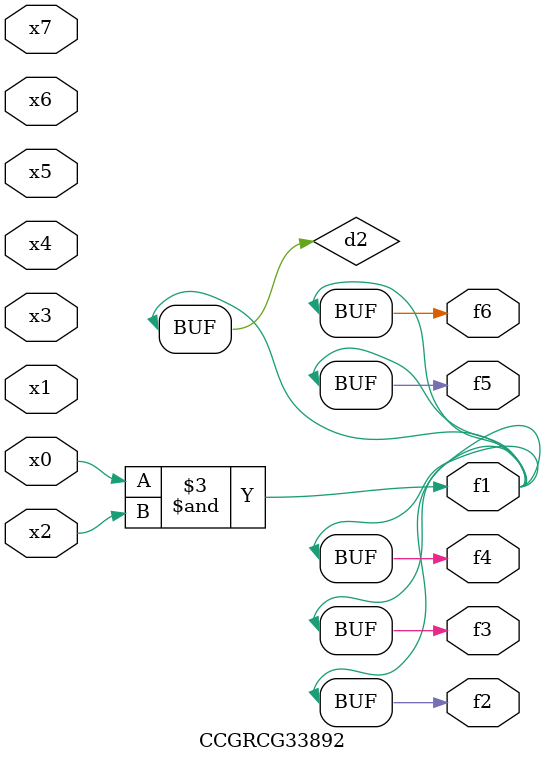
<source format=v>
module CCGRCG33892(
	input x0, x1, x2, x3, x4, x5, x6, x7,
	output f1, f2, f3, f4, f5, f6
);

	wire d1, d2;

	nor (d1, x3, x6);
	and (d2, x0, x2);
	assign f1 = d2;
	assign f2 = d2;
	assign f3 = d2;
	assign f4 = d2;
	assign f5 = d2;
	assign f6 = d2;
endmodule

</source>
